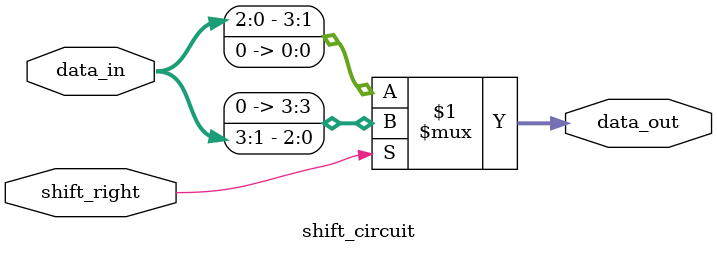
<source format=v>
module not_gate(input a, output y);
    assign y = ~a;
endmodule

// 1-bit NAND gate
module nand_gate(input a, input b, output y);
    assign y = ~(a & b);
endmodule

// 1-bit NOR gate
module nor_gate(input a, input b, output y);
    assign y = ~(a | b);
endmodule

// 1x4-bit Shift Circuit
module shift_circuit(input [3:0] data_in, input shift_right, output [3:0] data_out);
    assign data_out = shift_right ? {1'b0, data_in[3:1]} : {data_in[2:0], 1'b0};
endmodule
</source>
